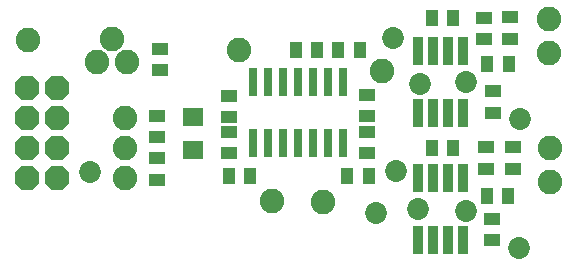
<source format=gts>
G75*
%MOIN*%
%OFA0B0*%
%FSLAX25Y25*%
%IPPOS*%
%LPD*%
%AMOC8*
5,1,8,0,0,1.08239X$1,22.5*
%
%ADD10R,0.05524X0.03950*%
%ADD11R,0.03162X0.09461*%
%ADD12C,0.08200*%
%ADD13R,0.03950X0.05524*%
%ADD14R,0.07099X0.06312*%
%ADD15OC8,0.08200*%
%ADD16R,0.03200X0.09500*%
%ADD17C,0.07296*%
D10*
X0068704Y0046617D03*
X0068704Y0053703D03*
X0068710Y0060772D03*
X0068710Y0067858D03*
X0092555Y0067437D03*
X0092555Y0062524D03*
X0092555Y0055437D03*
X0092555Y0074524D03*
X0069518Y0083260D03*
X0069518Y0090346D03*
X0138555Y0074924D03*
X0138555Y0067837D03*
X0138555Y0062524D03*
X0138555Y0055437D03*
X0178075Y0057406D03*
X0187327Y0057406D03*
X0187327Y0050319D03*
X0178075Y0050319D03*
X0180240Y0033587D03*
X0180240Y0026500D03*
X0180437Y0069020D03*
X0180437Y0076106D03*
X0177484Y0093429D03*
X0186343Y0093626D03*
X0186343Y0100713D03*
X0177484Y0100516D03*
D11*
X0130555Y0079217D03*
X0125555Y0079217D03*
X0120555Y0079217D03*
X0115555Y0079217D03*
X0110555Y0079217D03*
X0105555Y0079217D03*
X0100555Y0079217D03*
X0100555Y0058744D03*
X0105555Y0058744D03*
X0110555Y0058744D03*
X0115555Y0058744D03*
X0120555Y0058744D03*
X0125555Y0058744D03*
X0130555Y0058744D03*
D12*
X0124046Y0039254D03*
X0106833Y0039361D03*
X0057939Y0047212D03*
X0057939Y0057212D03*
X0057939Y0067212D03*
X0058501Y0085928D03*
X0053501Y0093428D03*
X0048501Y0085928D03*
X0025706Y0093194D03*
X0095925Y0089980D03*
X0143513Y0082724D03*
X0199335Y0088831D03*
X0199335Y0100231D03*
X0199531Y0057121D03*
X0199531Y0045721D03*
D13*
X0185555Y0041067D03*
X0178469Y0041067D03*
X0167248Y0057209D03*
X0160161Y0057209D03*
X0139098Y0047980D03*
X0132012Y0047980D03*
X0099598Y0047980D03*
X0092512Y0047980D03*
X0114882Y0089954D03*
X0121969Y0089954D03*
X0129039Y0089854D03*
X0136125Y0089854D03*
X0160161Y0100516D03*
X0167248Y0100516D03*
X0178665Y0085161D03*
X0185752Y0085161D03*
D14*
X0080558Y0067557D03*
X0080558Y0056534D03*
D15*
X0025234Y0047187D03*
X0035234Y0047187D03*
X0035234Y0057187D03*
X0025234Y0057187D03*
X0025234Y0067187D03*
X0035234Y0067187D03*
X0035234Y0077187D03*
X0025234Y0077187D03*
D16*
X0155417Y0068956D03*
X0160417Y0068956D03*
X0165417Y0068956D03*
X0170417Y0068956D03*
X0170417Y0089556D03*
X0165417Y0089556D03*
X0160417Y0089556D03*
X0155417Y0089556D03*
X0155417Y0047233D03*
X0160417Y0047233D03*
X0165417Y0047233D03*
X0170417Y0047233D03*
X0170417Y0026633D03*
X0165417Y0026633D03*
X0160417Y0026633D03*
X0155417Y0026633D03*
D17*
X0141657Y0035358D03*
X0155437Y0036933D03*
X0171579Y0036146D03*
X0189295Y0023941D03*
X0148350Y0049531D03*
X0189689Y0066854D03*
X0171579Y0079059D03*
X0156224Y0078665D03*
X0147169Y0094020D03*
X0046382Y0049138D03*
M02*

</source>
